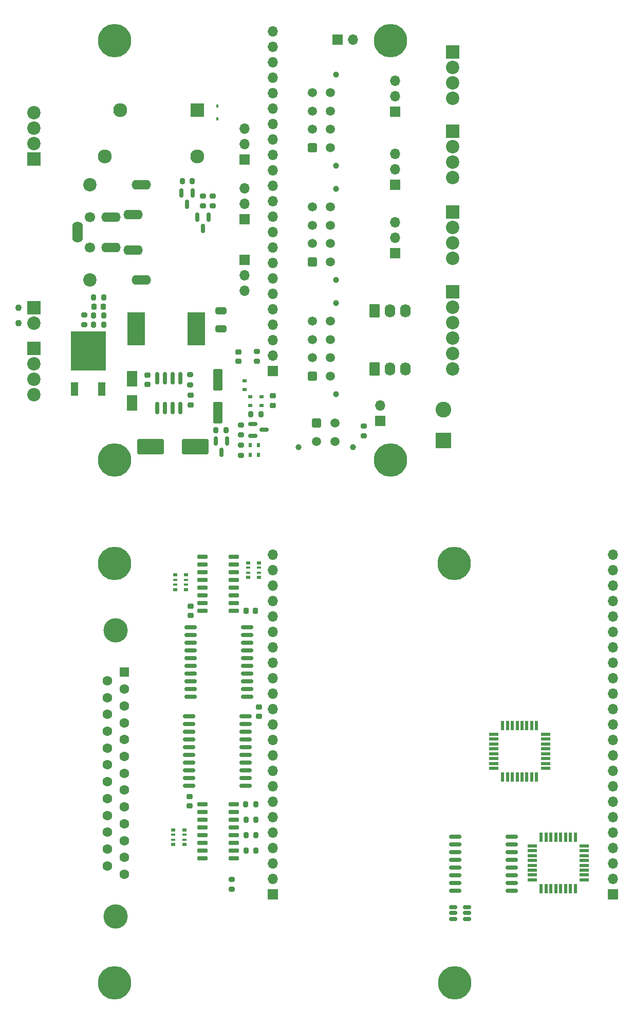
<source format=gbr>
%TF.GenerationSoftware,KiCad,Pcbnew,(6.0.11-0)*%
%TF.CreationDate,2023-07-11T17:26:52+12:00*%
%TF.ProjectId,controller,636f6e74-726f-46c6-9c65-722e6b696361,3.2*%
%TF.SameCoordinates,PX1c9c380PY1312d00*%
%TF.FileFunction,Soldermask,Top*%
%TF.FilePolarity,Negative*%
%FSLAX46Y46*%
G04 Gerber Fmt 4.6, Leading zero omitted, Abs format (unit mm)*
G04 Created by KiCad (PCBNEW (6.0.11-0)) date 2023-07-11 17:26:52*
%MOMM*%
%LPD*%
G01*
G04 APERTURE LIST*
G04 Aperture macros list*
%AMRoundRect*
0 Rectangle with rounded corners*
0 $1 Rounding radius*
0 $2 $3 $4 $5 $6 $7 $8 $9 X,Y pos of 4 corners*
0 Add a 4 corners polygon primitive as box body*
4,1,4,$2,$3,$4,$5,$6,$7,$8,$9,$2,$3,0*
0 Add four circle primitives for the rounded corners*
1,1,$1+$1,$2,$3*
1,1,$1+$1,$4,$5*
1,1,$1+$1,$6,$7*
1,1,$1+$1,$8,$9*
0 Add four rect primitives between the rounded corners*
20,1,$1+$1,$2,$3,$4,$5,0*
20,1,$1+$1,$4,$5,$6,$7,0*
20,1,$1+$1,$6,$7,$8,$9,0*
20,1,$1+$1,$8,$9,$2,$3,0*%
G04 Aperture macros list end*
%ADD10R,1.600000X0.550000*%
%ADD11R,0.550000X1.600000*%
%ADD12R,2.900000X5.400000*%
%ADD13C,1.000000*%
%ADD14RoundRect,0.250001X0.499999X-0.499999X0.499999X0.499999X-0.499999X0.499999X-0.499999X-0.499999X0*%
%ADD15C,1.500000*%
%ADD16RoundRect,0.225000X0.250000X-0.225000X0.250000X0.225000X-0.250000X0.225000X-0.250000X-0.225000X0*%
%ADD17RoundRect,0.225000X-0.250000X0.225000X-0.250000X-0.225000X0.250000X-0.225000X0.250000X0.225000X0*%
%ADD18R,0.800000X0.500000*%
%ADD19R,0.800000X0.400000*%
%ADD20RoundRect,0.200000X-0.275000X0.200000X-0.275000X-0.200000X0.275000X-0.200000X0.275000X0.200000X0*%
%ADD21RoundRect,0.250000X-0.620000X-0.845000X0.620000X-0.845000X0.620000X0.845000X-0.620000X0.845000X0*%
%ADD22O,1.740000X2.190000*%
%ADD23RoundRect,0.200000X0.275000X-0.200000X0.275000X0.200000X-0.275000X0.200000X-0.275000X-0.200000X0*%
%ADD24R,2.600000X2.600000*%
%ADD25C,2.600000*%
%ADD26R,0.700000X0.600000*%
%ADD27RoundRect,0.250001X-0.499999X-0.499999X0.499999X-0.499999X0.499999X0.499999X-0.499999X0.499999X0*%
%ADD28C,5.500000*%
%ADD29R,1.700000X1.700000*%
%ADD30O,1.700000X1.700000*%
%ADD31R,2.200000X2.200000*%
%ADD32C,2.200000*%
%ADD33C,1.100000*%
%ADD34RoundRect,0.200000X-0.200000X-0.275000X0.200000X-0.275000X0.200000X0.275000X-0.200000X0.275000X0*%
%ADD35R,0.600000X0.700000*%
%ADD36RoundRect,0.150000X-0.150000X0.587500X-0.150000X-0.587500X0.150000X-0.587500X0.150000X0.587500X0*%
%ADD37R,1.200000X2.200000*%
%ADD38R,5.800000X6.400000*%
%ADD39RoundRect,0.250000X-1.950000X-1.000000X1.950000X-1.000000X1.950000X1.000000X-1.950000X1.000000X0*%
%ADD40C,2.300000*%
%ADD41R,2.300000X2.300000*%
%ADD42RoundRect,0.150000X-0.875000X-0.150000X0.875000X-0.150000X0.875000X0.150000X-0.875000X0.150000X0*%
%ADD43C,1.700000*%
%ADD44O,3.200000X1.600000*%
%ADD45O,1.750000X3.500000*%
%ADD46RoundRect,0.250000X-0.550000X1.500000X-0.550000X-1.500000X0.550000X-1.500000X0.550000X1.500000X0*%
%ADD47RoundRect,0.250000X-0.650000X0.325000X-0.650000X-0.325000X0.650000X-0.325000X0.650000X0.325000X0*%
%ADD48RoundRect,0.225000X-0.225000X-0.250000X0.225000X-0.250000X0.225000X0.250000X-0.225000X0.250000X0*%
%ADD49R,0.450000X0.600000*%
%ADD50RoundRect,0.150000X0.725000X0.150000X-0.725000X0.150000X-0.725000X-0.150000X0.725000X-0.150000X0*%
%ADD51RoundRect,0.200000X0.200000X0.275000X-0.200000X0.275000X-0.200000X-0.275000X0.200000X-0.275000X0*%
%ADD52C,4.000000*%
%ADD53R,1.600000X1.600000*%
%ADD54C,1.600000*%
%ADD55RoundRect,0.150000X0.150000X-0.825000X0.150000X0.825000X-0.150000X0.825000X-0.150000X-0.825000X0*%
%ADD56RoundRect,0.225000X0.225000X0.250000X-0.225000X0.250000X-0.225000X-0.250000X0.225000X-0.250000X0*%
%ADD57RoundRect,0.150000X-0.512500X-0.150000X0.512500X-0.150000X0.512500X0.150000X-0.512500X0.150000X0*%
%ADD58RoundRect,0.150000X-0.587500X-0.150000X0.587500X-0.150000X0.587500X0.150000X-0.587500X0.150000X0*%
%ADD59R,1.800000X2.500000*%
G04 APERTURE END LIST*
D10*
%TO.C,U9*%
X86500000Y-128100000D03*
X86500000Y-128900000D03*
X86500000Y-129700000D03*
X86500000Y-130500000D03*
X86500000Y-131300000D03*
X86500000Y-132100000D03*
X86500000Y-132900000D03*
X86500000Y-133700000D03*
D11*
X87950000Y-135150000D03*
X88750000Y-135150000D03*
X89550000Y-135150000D03*
X90350000Y-135150000D03*
X91150000Y-135150000D03*
X91950000Y-135150000D03*
X92750000Y-135150000D03*
X93550000Y-135150000D03*
D10*
X95000000Y-133700000D03*
X95000000Y-132900000D03*
X95000000Y-132100000D03*
X95000000Y-131300000D03*
X95000000Y-130500000D03*
X95000000Y-129700000D03*
X95000000Y-128900000D03*
X95000000Y-128100000D03*
D11*
X93550000Y-126650000D03*
X92750000Y-126650000D03*
X91950000Y-126650000D03*
X91150000Y-126650000D03*
X90350000Y-126650000D03*
X89550000Y-126650000D03*
X88750000Y-126650000D03*
X87950000Y-126650000D03*
%TD*%
D12*
%TO.C,L1*%
X27600000Y-61410000D03*
X37500000Y-61410000D03*
%TD*%
D13*
%TO.C,J12*%
X60525000Y-34550000D03*
X60525000Y-19550000D03*
D14*
X56585000Y-31550000D03*
D15*
X56585000Y-28550000D03*
X56585000Y-25550000D03*
X56585000Y-22550000D03*
X59585000Y-31550000D03*
X59585000Y-28550000D03*
X59585000Y-25550000D03*
X59585000Y-22550000D03*
%TD*%
D16*
%TO.C,C5*%
X36500000Y-73875000D03*
X36500000Y-72325000D03*
%TD*%
D17*
%TO.C,C1*%
X44400000Y-65150000D03*
X44400000Y-66700000D03*
%TD*%
D18*
%TO.C,RN2*%
X34000000Y-101889393D03*
D19*
X34000000Y-102689393D03*
X34000000Y-103489393D03*
D18*
X34000000Y-104289393D03*
X35800000Y-104289393D03*
D19*
X35800000Y-103489393D03*
X35800000Y-102689393D03*
D18*
X35800000Y-101889393D03*
%TD*%
D20*
%TO.C,R12*%
X36449999Y-68935000D03*
X36449999Y-70585000D03*
%TD*%
%TO.C,R6*%
X44800000Y-77175000D03*
X44800000Y-78825000D03*
%TD*%
D21*
%TO.C,J19*%
X66860000Y-68000000D03*
D22*
X69400000Y-68000000D03*
X71940000Y-68000000D03*
%TD*%
D23*
%TO.C,R18*%
X40190000Y-41182107D03*
X40190000Y-39532107D03*
%TD*%
D24*
%TO.C,J6*%
X78205000Y-79737893D03*
D25*
X78205000Y-74657893D03*
%TD*%
D26*
%TO.C,D3*%
X46400000Y-73992893D03*
X46400000Y-72592893D03*
%TD*%
D13*
%TO.C,J5*%
X63300000Y-80832893D03*
X54300000Y-80832893D03*
D27*
X57300000Y-76892893D03*
D15*
X60300000Y-76892893D03*
X57300000Y-79892893D03*
X60300000Y-79892893D03*
%TD*%
D28*
%TO.C,H6*%
X24000000Y-83000000D03*
%TD*%
D29*
%TO.C,JP6*%
X45425000Y-43325000D03*
D30*
X45425000Y-40785000D03*
X45425000Y-38245000D03*
%TD*%
D31*
%TO.C,J11*%
X79708381Y-15795001D03*
D32*
X79708381Y-18335001D03*
X79708381Y-20875001D03*
X79708381Y-23415001D03*
%TD*%
D33*
%TO.C,J8*%
X8160000Y-57930000D03*
X8160000Y-60470000D03*
D31*
X10700000Y-57930000D03*
D32*
X10700000Y-60470000D03*
%TD*%
D20*
%TO.C,R19*%
X38550000Y-39532107D03*
X38550000Y-41182107D03*
%TD*%
D21*
%TO.C,J18*%
X66860000Y-58400000D03*
D22*
X69400000Y-58400000D03*
X71940000Y-58400000D03*
%TD*%
D29*
%TO.C,JP5*%
X70200000Y-37713380D03*
D30*
X70200000Y-35173380D03*
X70200000Y-32633380D03*
%TD*%
D13*
%TO.C,J17*%
X60525000Y-72150000D03*
X60525000Y-57150000D03*
D14*
X56585000Y-69150000D03*
D15*
X56585000Y-66150000D03*
X56585000Y-63150000D03*
X56585000Y-60150000D03*
X59585000Y-69150000D03*
X59585000Y-66150000D03*
X59585000Y-63150000D03*
X59585000Y-60150000D03*
%TD*%
D31*
%TO.C,J15*%
X10700000Y-64620000D03*
D32*
X10700000Y-67160000D03*
X10700000Y-69700000D03*
X10700000Y-72240000D03*
%TD*%
D34*
%TO.C,R16*%
X45675000Y-142150000D03*
X47325000Y-142150000D03*
%TD*%
%TO.C,R7*%
X20575000Y-60700000D03*
X22225000Y-60700000D03*
%TD*%
D35*
%TO.C,D5*%
X47750000Y-82150000D03*
X46350000Y-82150000D03*
%TD*%
D28*
%TO.C,H8*%
X69500000Y-82992893D03*
%TD*%
D29*
%TO.C,JP7*%
X45425000Y-33500000D03*
D30*
X45425000Y-30960000D03*
X45425000Y-28420000D03*
%TD*%
D28*
%TO.C,H2*%
X80014222Y-169000000D03*
%TD*%
D23*
%TO.C,R5*%
X65100000Y-79017893D03*
X65100000Y-77367893D03*
%TD*%
D36*
%TO.C,Q4*%
X39500000Y-43019607D03*
X37600000Y-43019607D03*
X38550000Y-44894607D03*
%TD*%
D37*
%TO.C,Q2*%
X17370000Y-71300000D03*
D38*
X19650000Y-65000000D03*
D37*
X21930000Y-71300000D03*
%TD*%
D20*
%TO.C,R8*%
X19000000Y-59075000D03*
X19000000Y-60725000D03*
%TD*%
D26*
%TO.C,D1*%
X45437500Y-71337500D03*
X45437500Y-69937500D03*
%TD*%
D16*
%TO.C,C6*%
X29450000Y-70534999D03*
X29450000Y-68984999D03*
%TD*%
D34*
%TO.C,R15*%
X45675000Y-144650000D03*
X47325000Y-144650000D03*
%TD*%
D29*
%TO.C,JP4*%
X70200000Y-25650000D03*
D30*
X70200000Y-23110000D03*
X70200000Y-20570000D03*
%TD*%
D31*
%TO.C,J13*%
X79708381Y-28848381D03*
D32*
X79708381Y-31388381D03*
X79708381Y-33928381D03*
X79708381Y-36468381D03*
%TD*%
D28*
%TO.C,H7*%
X69500000Y-13992893D03*
%TD*%
D39*
%TO.C,C4*%
X29900000Y-80760000D03*
X37300000Y-80760000D03*
%TD*%
D31*
%TO.C,J16*%
X79708381Y-42145001D03*
D32*
X79708381Y-44685001D03*
X79708381Y-47225001D03*
X79708381Y-49765001D03*
%TD*%
D40*
%TO.C,K1*%
X37600000Y-33020000D03*
X22360000Y-33000000D03*
X24900000Y-25400000D03*
D41*
X37600000Y-25400000D03*
%TD*%
D34*
%TO.C,R17*%
X45625000Y-139600000D03*
X47275000Y-139600000D03*
%TD*%
D42*
%TO.C,U3*%
X36300000Y-125135000D03*
X36300000Y-126405000D03*
X36300000Y-127675000D03*
X36300000Y-128945000D03*
X36300000Y-130215000D03*
X36300000Y-131485000D03*
X36300000Y-132755000D03*
X36300000Y-134025000D03*
X36300000Y-135295000D03*
X36300000Y-136565000D03*
X45600000Y-136565000D03*
X45600000Y-135295000D03*
X45600000Y-134025000D03*
X45600000Y-132755000D03*
X45600000Y-131485000D03*
X45600000Y-130215000D03*
X45600000Y-128945000D03*
X45600000Y-127675000D03*
X45600000Y-126405000D03*
X45600000Y-125135000D03*
%TD*%
D10*
%TO.C,U8*%
X92860000Y-146450000D03*
X92860000Y-147250000D03*
X92860000Y-148050000D03*
X92860000Y-148850000D03*
X92860000Y-149650000D03*
X92860000Y-150450000D03*
X92860000Y-151250000D03*
X92860000Y-152050000D03*
D11*
X94310000Y-153500000D03*
X95110000Y-153500000D03*
X95910000Y-153500000D03*
X96710000Y-153500000D03*
X97510000Y-153500000D03*
X98310000Y-153500000D03*
X99110000Y-153500000D03*
X99910000Y-153500000D03*
D10*
X101360000Y-152050000D03*
X101360000Y-151250000D03*
X101360000Y-150450000D03*
X101360000Y-149650000D03*
X101360000Y-148850000D03*
X101360000Y-148050000D03*
X101360000Y-147250000D03*
X101360000Y-146450000D03*
D11*
X99910000Y-145000000D03*
X99110000Y-145000000D03*
X98310000Y-145000000D03*
X97510000Y-145000000D03*
X96710000Y-145000000D03*
X95910000Y-145000000D03*
X95110000Y-145000000D03*
X94310000Y-145000000D03*
%TD*%
D13*
%TO.C,J14*%
X60525000Y-53350000D03*
X60525000Y-38350000D03*
D14*
X56585000Y-50350000D03*
D15*
X56585000Y-47350000D03*
X56585000Y-44350000D03*
X56585000Y-41350000D03*
X59585000Y-50350000D03*
X59585000Y-47350000D03*
X59585000Y-44350000D03*
X59585000Y-41350000D03*
%TD*%
D29*
%TO.C,JP3*%
X45400000Y-50075000D03*
D30*
X45400000Y-52615000D03*
X45400000Y-55155000D03*
%TD*%
D28*
%TO.C,H3*%
X24000000Y-99992893D03*
%TD*%
%TO.C,H1*%
X80000000Y-100000000D03*
%TD*%
D18*
%TO.C,RN1*%
X33700000Y-143833393D03*
D19*
X33700000Y-144633393D03*
X33700000Y-145433393D03*
D18*
X33700000Y-146233393D03*
X35500000Y-146233393D03*
D19*
X35500000Y-145433393D03*
X35500000Y-144633393D03*
D18*
X35500000Y-143833393D03*
%TD*%
D16*
%TO.C,C11*%
X47800000Y-125167893D03*
X47800000Y-123617893D03*
%TD*%
%TO.C,C2*%
X50100000Y-73967893D03*
X50100000Y-72417893D03*
%TD*%
D32*
%TO.C,J4*%
X19900000Y-53300000D03*
D43*
X19900000Y-48000000D03*
D32*
X19900000Y-37700000D03*
D43*
X19900000Y-43000000D03*
D44*
X27050000Y-48400000D03*
X23400000Y-48000000D03*
X23400000Y-43000000D03*
X27050000Y-42600000D03*
X28400000Y-37700000D03*
D45*
X17900000Y-45500000D03*
D44*
X28400000Y-53300000D03*
%TD*%
D34*
%TO.C,R14*%
X45675000Y-147200000D03*
X47325000Y-147200000D03*
%TD*%
%TO.C,R20*%
X35160000Y-37102107D03*
X36810000Y-37102107D03*
%TD*%
D46*
%TO.C,C8*%
X41000000Y-69800000D03*
X41000000Y-75200000D03*
%TD*%
D31*
%TO.C,J10*%
X79700000Y-55250000D03*
D32*
X79700000Y-57790000D03*
X79700000Y-60330000D03*
X79700000Y-62870000D03*
X79700000Y-65410000D03*
X79700000Y-67950000D03*
%TD*%
D17*
%TO.C,C10*%
X36544000Y-107009393D03*
X36544000Y-108559393D03*
%TD*%
D35*
%TO.C,D4*%
X47750000Y-80550000D03*
X46350000Y-80550000D03*
%TD*%
D34*
%TO.C,R9*%
X20575000Y-56200000D03*
X22225000Y-56200000D03*
%TD*%
D47*
%TO.C,C7*%
X41525000Y-58450000D03*
X41525000Y-61400000D03*
%TD*%
D36*
%TO.C,Q3*%
X42550000Y-79862500D03*
X40650000Y-79862500D03*
X41600000Y-81737500D03*
%TD*%
D29*
%TO.C,JP2*%
X60725000Y-13800000D03*
D30*
X63265000Y-13800000D03*
%TD*%
D29*
%TO.C,JP1*%
X67800000Y-76492893D03*
D30*
X67800000Y-73952893D03*
%TD*%
D34*
%TO.C,R11*%
X40725000Y-78050000D03*
X42375000Y-78050000D03*
%TD*%
D23*
%TO.C,R2*%
X47425000Y-66750000D03*
X47425000Y-65100000D03*
%TD*%
D18*
%TO.C,RN3*%
X47800000Y-102292893D03*
D19*
X47800000Y-101492893D03*
X47800000Y-100692893D03*
D18*
X47800000Y-99892893D03*
X46000000Y-99892893D03*
D19*
X46000000Y-100692893D03*
X46000000Y-101492893D03*
D18*
X46000000Y-102292893D03*
%TD*%
D29*
%TO.C,JP8*%
X70200000Y-48910000D03*
D30*
X70200000Y-46370000D03*
X70200000Y-43830000D03*
%TD*%
D48*
%TO.C,C12*%
X45650000Y-107739393D03*
X47200000Y-107739393D03*
%TD*%
D49*
%TO.C,D7*%
X40900000Y-24700000D03*
X40900000Y-26800000D03*
%TD*%
D42*
%TO.C,U7*%
X80180000Y-144905000D03*
X80180000Y-146175000D03*
X80180000Y-147445000D03*
X80180000Y-148715000D03*
X80180000Y-149985000D03*
X80180000Y-151255000D03*
X80180000Y-152525000D03*
X80180000Y-153795000D03*
X89480000Y-153795000D03*
X89480000Y-152525000D03*
X89480000Y-151255000D03*
X89480000Y-149985000D03*
X89480000Y-148715000D03*
X89480000Y-147445000D03*
X89480000Y-146175000D03*
X89480000Y-144905000D03*
%TD*%
D50*
%TO.C,U5*%
X43654000Y-107739393D03*
X43654000Y-106469393D03*
X43654000Y-105199393D03*
X43654000Y-103929393D03*
X43654000Y-102659393D03*
X43654000Y-101389393D03*
X43654000Y-100119393D03*
X43654000Y-98849393D03*
X38504000Y-98849393D03*
X38504000Y-100119393D03*
X38504000Y-101389393D03*
X38504000Y-102659393D03*
X38504000Y-103929393D03*
X38504000Y-105199393D03*
X38504000Y-106469393D03*
X38504000Y-107739393D03*
%TD*%
D51*
%TO.C,R3*%
X48125000Y-75400000D03*
X46475000Y-75400000D03*
%TD*%
D29*
%TO.C,J3*%
X50100000Y-68311000D03*
D30*
X50100000Y-65771000D03*
X50100000Y-63231000D03*
X50100000Y-60691000D03*
X50100000Y-58151000D03*
X50100000Y-55611000D03*
X50100000Y-53071000D03*
X50100000Y-50531000D03*
X50100000Y-47991000D03*
X50100000Y-45451000D03*
X50100000Y-42911000D03*
X50100000Y-40371000D03*
X50100000Y-37831000D03*
X50100000Y-35291000D03*
X50100000Y-32751000D03*
X50100000Y-30211000D03*
X50100000Y-27671000D03*
X50100000Y-25131000D03*
X50100000Y-22591000D03*
X50100000Y-20051000D03*
X50100000Y-17511000D03*
X50100000Y-14971000D03*
X50100000Y-12431000D03*
%TD*%
D28*
%TO.C,H4*%
X24000000Y-168992893D03*
%TD*%
D52*
%TO.C,J7*%
X24210331Y-158057893D03*
X24210331Y-110957893D03*
D53*
X25630331Y-117887893D03*
D54*
X25630331Y-120657893D03*
X25630331Y-123427893D03*
X25630331Y-126197893D03*
X25630331Y-128967893D03*
X25630331Y-131737893D03*
X25630331Y-134507893D03*
X25630331Y-137277893D03*
X25630331Y-140047893D03*
X25630331Y-142817893D03*
X25630331Y-145587893D03*
X25630331Y-148357893D03*
X25630331Y-151127893D03*
X22790331Y-119272893D03*
X22790331Y-122042893D03*
X22790331Y-124812893D03*
X22790331Y-127582893D03*
X22790331Y-130352893D03*
X22790331Y-133122893D03*
X22790331Y-135892893D03*
X22790331Y-138662893D03*
X22790331Y-141432893D03*
X22790331Y-144202893D03*
X22790331Y-146972893D03*
X22790331Y-149742893D03*
%TD*%
D55*
%TO.C,U1*%
X31045000Y-74434999D03*
X32315000Y-74434999D03*
X33585000Y-74434999D03*
X34855000Y-74434999D03*
X34855000Y-69484999D03*
X33585000Y-69484999D03*
X32315000Y-69484999D03*
X31045000Y-69484999D03*
%TD*%
D26*
%TO.C,D2*%
X48200000Y-73992893D03*
X48200000Y-72592893D03*
%TD*%
D56*
%TO.C,C3*%
X22175000Y-57700000D03*
X20625000Y-57700000D03*
%TD*%
D57*
%TO.C,U6*%
X79812500Y-156550000D03*
X79812500Y-157500000D03*
X79812500Y-158450000D03*
X82087500Y-158450000D03*
X82087500Y-157500000D03*
X82087500Y-156550000D03*
%TD*%
D20*
%TO.C,R13*%
X43350000Y-151950000D03*
X43350000Y-153600000D03*
%TD*%
D58*
%TO.C,Q1*%
X46762500Y-77050000D03*
X46762500Y-78950000D03*
X48637500Y-78000000D03*
%TD*%
D50*
%TO.C,U4*%
X43654000Y-148466393D03*
X43654000Y-147196393D03*
X43654000Y-145926393D03*
X43654000Y-144656393D03*
X43654000Y-143386393D03*
X43654000Y-142116393D03*
X43654000Y-140846393D03*
X43654000Y-139576393D03*
X38504000Y-139576393D03*
X38504000Y-140846393D03*
X38504000Y-142116393D03*
X38504000Y-143386393D03*
X38504000Y-144656393D03*
X38504000Y-145926393D03*
X38504000Y-147196393D03*
X38504000Y-148466393D03*
%TD*%
D23*
%TO.C,R10*%
X44800000Y-82175000D03*
X44800000Y-80525000D03*
%TD*%
D16*
%TO.C,C9*%
X36400000Y-139861006D03*
X36400000Y-138311006D03*
%TD*%
D28*
%TO.C,H5*%
X24000000Y-14000000D03*
%TD*%
D31*
%TO.C,J20*%
X10700000Y-33414999D03*
D32*
X10700000Y-30874999D03*
X10700000Y-28334999D03*
X10700000Y-25794999D03*
%TD*%
D42*
%TO.C,U2*%
X36553560Y-110445833D03*
X36553560Y-111715833D03*
X36553560Y-112985833D03*
X36553560Y-114255833D03*
X36553560Y-115525833D03*
X36553560Y-116795833D03*
X36553560Y-118065833D03*
X36553560Y-119335833D03*
X36553560Y-120605833D03*
X36553560Y-121875833D03*
X45853560Y-121875833D03*
X45853560Y-120605833D03*
X45853560Y-119335833D03*
X45853560Y-118065833D03*
X45853560Y-116795833D03*
X45853560Y-115525833D03*
X45853560Y-114255833D03*
X45853560Y-112985833D03*
X45853560Y-111715833D03*
X45853560Y-110445833D03*
%TD*%
D51*
%TO.C,R4*%
X22225000Y-59200000D03*
X20575000Y-59200000D03*
%TD*%
D59*
%TO.C,D6*%
X26900000Y-69610000D03*
X26900000Y-73610000D03*
%TD*%
D36*
%TO.C,Q5*%
X36900000Y-39019607D03*
X35000000Y-39019607D03*
X35950000Y-40894607D03*
%TD*%
D29*
%TO.C,J1*%
X106125000Y-154417000D03*
D30*
X106125000Y-151877000D03*
X106125000Y-149337000D03*
X106125000Y-146797000D03*
X106125000Y-144257000D03*
X106125000Y-141717000D03*
X106125000Y-139177000D03*
X106125000Y-136637000D03*
X106125000Y-134097000D03*
X106125000Y-131557000D03*
X106125000Y-129017000D03*
X106125000Y-126477000D03*
X106125000Y-123937000D03*
X106125000Y-121397000D03*
X106125000Y-118857000D03*
X106125000Y-116317000D03*
X106125000Y-113777000D03*
X106125000Y-111237000D03*
X106125000Y-108697000D03*
X106125000Y-106157000D03*
X106125000Y-103617000D03*
X106125000Y-101077000D03*
X106125000Y-98537000D03*
%TD*%
D29*
%TO.C,J2*%
X50063000Y-154417000D03*
D30*
X50063000Y-151877000D03*
X50063000Y-149337000D03*
X50063000Y-146797000D03*
X50063000Y-144257000D03*
X50063000Y-141717000D03*
X50063000Y-139177000D03*
X50063000Y-136637000D03*
X50063000Y-134097000D03*
X50063000Y-131557000D03*
X50063000Y-129017000D03*
X50063000Y-126477000D03*
X50063000Y-123937000D03*
X50063000Y-121397000D03*
X50063000Y-118857000D03*
X50063000Y-116317000D03*
X50063000Y-113777000D03*
X50063000Y-111237000D03*
X50063000Y-108697000D03*
X50063000Y-106157000D03*
X50063000Y-103617000D03*
X50063000Y-101077000D03*
X50063000Y-98537000D03*
%TD*%
M02*

</source>
